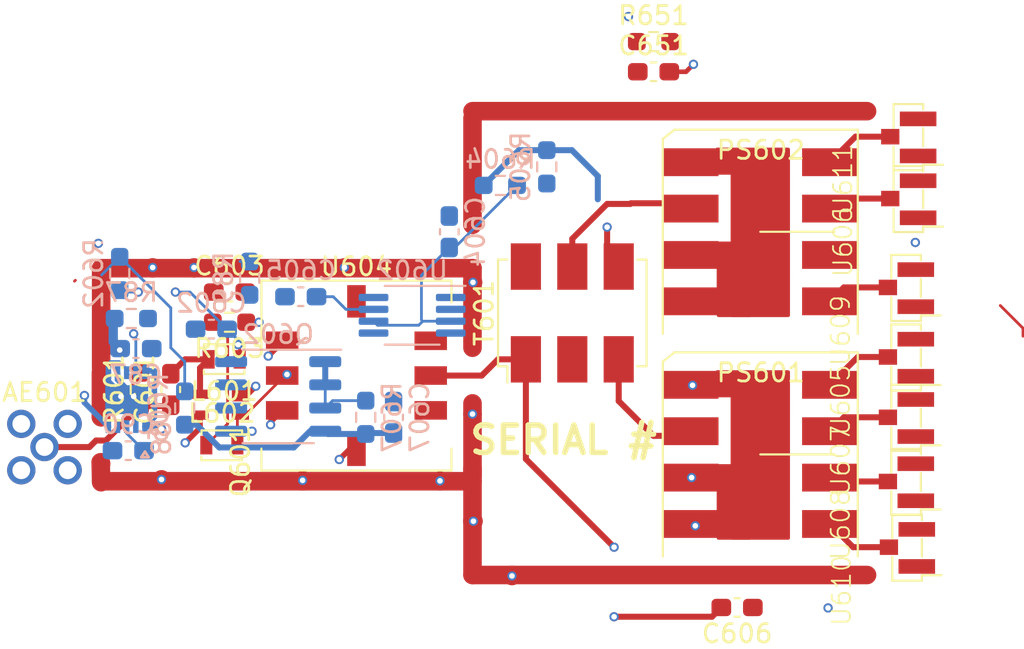
<source format=kicad_pcb>
(kicad_pcb (version 20221018) (generator pcbnew)
  (layers (0 "F.Cu" signal) (31 "B.Cu" signal) (34 "B.Paste" user) (35 "F.Paste" user) (36 "B.SilkS" user "B.Silkscreen") (37 "F.SilkS" user "F.Silkscreen") (38 "B.Mask" user) (39 "F.Mask" user) (44 "Edge.Cuts" user))
  (net 0 "")
  (footprint "Resistor_SMD:R_0603_1608Metric_Pad0.98x0.95mm_HandSolder" (layer "F.Cu") (at 134.272289 105.029 90)
    (fp_text reference "R601" (at 0 -1.43 90) (layer "F.SilkS"))
    (fp_text value "5 Meg")
    (pad "1" smd roundrect (at -0.9125 0 90) (size 0.975 0.95) (layers "F.Cu" "F.Paste" "F.Mask"))
    (pad "2" smd roundrect (at 0.9125 0 90) (size 0.975 0.95) (layers "F.Cu" "F.Paste" "F.Mask"))
  )
  (footprint "Capacitor_SMD:C_0603_1608Metric_Pad1.08x0.95mm_HandSolder" (layer "F.Cu") (at 139.1548 99.695)
    (fp_text reference "C603" (at 0 -1.43) (layer "F.SilkS"))
    (fp_text value "0.1 u")
    (pad "1" smd roundrect (at -0.8625 0) (size 1.075 0.95) (layers "F.Cu" "F.Paste" "F.Mask"))
    (pad "2" smd roundrect (at 0.8625 0) (size 1.075 0.95) (layers "F.Cu" "F.Paste" "F.Mask"))
  )
  (footprint "PacSatDev_misc:L_Murata_LQH2MCNxxxx02_2.0x1.6mm" (layer "F.Cu") (at 138.7348 108.077)
    (fp_text reference "L602" (at 0 -1.75) (layer "F.SilkS"))
    (fp_text value "120 nH")
    (pad "1" smd rect (at -0.85 0) (size 0.6604 1.016) (layers "F.Cu" "F.Paste" "F.Mask"))
    (pad "2" smd rect (at 0.85 0) (size 0.6604 1.016) (layers "F.Cu" "F.Paste" "F.Mask"))
  )
  (footprint "PacSatDev_misc:U_FL" (layer "F.Cu") (at 176.7078 110.0676 90)
    (fp_text reference "U608" (at -2.3622 -4.1148 90 unlocked) (layer "F.SilkS") (effects (font (thickness 0.1))))
    (fp_text value "~")
    (pad "1" smd rect (at 0 -1.525 180) (size 1 0.85) (layers "F.Cu" "F.Paste" "F.Mask"))
    (pad "2" smd rect (at -1.055 0 180) (size 2 0.8) (layers "F.Cu" "F.Paste" "F.Mask"))
    (pad "3" smd rect (at 0.9746 0 180) (size 2 0.8) (layers "F.Cu" "F.Paste" "F.Mask"))
  )
  (footprint "Capacitor_SMD:C_0603_1608Metric_Pad1.08x0.95mm_HandSolder" (layer "F.Cu") (at 135.9408 105.029 90)
    (fp_text reference "C601" (at 0 -1.43 90) (layer "F.SilkS"))
    (fp_text value "2.2 nF")
    (pad "1" smd roundrect (at -0.8625 0 90) (size 1.075 0.95) (layers "F.Cu" "F.Paste" "F.Mask"))
    (pad "2" smd roundrect (at 0.8625 0 90) (size 1.075 0.95) (layers "F.Cu" "F.Paste" "F.Mask"))
  )
  (footprint "Resistor_SMD:R_0603_1608Metric_Pad0.98x0.95mm_HandSolder" (layer "F.Cu") (at 139.1548 101.346 180)
    (fp_text reference "R603" (at 0 -1.43) (layer "F.SilkS"))
    (fp_text value "1K")
    (pad "1" smd roundrect (at -0.9125 0 180) (size 0.975 0.95) (layers "F.Cu" "F.Paste" "F.Mask"))
    (pad "2" smd roundrect (at 0.9125 0 180) (size 0.975 0.95) (layers "F.Cu" "F.Paste" "F.Mask"))
  )
  (footprint "PacSatDev_misc:MMCX" (layer "F.Cu") (at 129.030385 108.182675 180)
    (fp_text reference "AE601" (at 0 3 180) (layer "F.SilkS"))
    (fp_text value "SMA")
    (pad "1" thru_hole circle (at 0 0 180) (size 1.55 1.55) (drill 0.97) (layers "*.Cu" "*.Mask"))
    (pad "2" thru_hole circle (at 1.27 -1.27 180) (size 1.55 1.55) (drill 0.97) (layers "*.Cu" "*.Mask"))
    (pad "3" thru_hole circle (at 1.27 1.27 180) (size 1.55 1.55) (drill 0.97) (layers "*.Cu" "*.Mask"))
    (pad "4" thru_hole circle (at -1.27 1.27 180) (size 1.55 1.55) (drill 0.97) (layers "*.Cu" "*.Mask"))
    (pad "5" thru_hole circle (at -1.27 -1.27 180) (size 1.55 1.55) (drill 0.97) (layers "*.Cu" "*.Mask"))
  )
  (footprint "PacSatDev_misc:U_FL" (layer "F.Cu") (at 176.7078 106.553 90)
    (fp_text reference "U607" (at -2.3622 -4.1148 90 unlocked) (layer "F.SilkS") (effects (font (thickness 0.1))))
    (fp_text value "~")
    (pad "1" smd rect (at 0 -1.525 180) (size 1 0.85) (layers "F.Cu" "F.Paste" "F.Mask"))
    (pad "2" smd rect (at -1.055 0 180) (size 2 0.8) (layers "F.Cu" "F.Paste" "F.Mask"))
    (pad "3" smd rect (at 0.9746 0 180) (size 2 0.8) (layers "F.Cu" "F.Paste" "F.Mask"))
  )
  (footprint "amsat_misc:L_Murata_LQH2MCNxxxx02_2.0x1.6mm" (layer "F.Cu") (at 138.8618 103.378 180)
    (fp_text reference "L601" (at 0 -1.75) (layer "F.SilkS"))
    (fp_text value "620nH")
    (pad "1" smd rect (at -0.85 0 180) (size 0.6604 1.016) (layers "F.Cu" "F.Paste" "F.Mask"))
    (pad "2" smd rect (at 0.85 0 180) (size 0.6604 1.016) (layers "F.Cu" "F.Paste" "F.Mask"))
  )
  (footprint "PacSatDev_misc:U_FL" (layer "F.Cu") (at 176.7078 103.251 90)
    (fp_text reference "U605" (at -2.3622 -4.1148 90 unlocked) (layer "F.SilkS") (effects (font (thickness 0.1))))
    (fp_text value "~")
    (pad "1" smd rect (at 0 -1.525 180) (size 1 0.85) (layers "F.Cu" "F.Paste" "F.Mask"))
    (pad "2" smd rect (at -1.055 0 180) (size 2 0.8) (layers "F.Cu" "F.Paste" "F.Mask"))
    (pad "3" smd rect (at 0.9746 0 180) (size 2 0.8) (layers "F.Cu" "F.Paste" "F.Mask"))
  )
  (footprint "PacSatDev_misc:U_FL" (layer "F.Cu") (at 176.8348 94.5736 90)
    (fp_text reference "U606" (at -2.3622 -4.1148 90 unlocked) (layer "F.SilkS") (effects (font (thickness 0.1))))
    (fp_text value "~")
    (pad "1" smd rect (at 0 -1.525 180) (size 1 0.85) (layers "F.Cu" "F.Paste" "F.Mask"))
    (pad "2" smd rect (at -1.055 0 180) (size 2 0.8) (layers "F.Cu" "F.Paste" "F.Mask"))
    (pad "3" smd rect (at 0.9746 0 180) (size 2 0.8) (layers "F.Cu" "F.Paste" "F.Mask"))
  )
  (footprint "Resistor_SMD:R_0603_1608Metric_Pad0.98x0.95mm_HandSolder" (layer "F.Cu") (at 162.3568 85.979)
    (fp_text reference "R651" (at 0 -1.43) (layer "F.SilkS"))
    (fp_text value "10K")
    (pad "1" smd roundrect (at -0.9125 0) (size 0.975 0.95) (layers "F.Cu" "F.Paste" "F.Mask"))
    (pad "2" smd roundrect (at 0.9125 0) (size 0.975 0.95) (layers "F.Cu" "F.Paste" "F.Mask"))
  )
  (footprint "PacSatDev_misc:TB-471" (layer "F.Cu") (at 139.7517 106.43235 90)
    (fp_text reference "Q601" (at -2.54 0 90 unlocked) (layer "F.SilkS"))
    (fp_text value "SAV-331+")
    (pad "1" smd rect (at 0 0 90) (size 0.508 0.9398) (layers "F.Cu" "F.Paste" "F.Mask"))
    (pad "2" smd rect (at 1.143 0 90) (size 0.7874 0.9398) (layers "F.Cu" "F.Paste" "F.Mask"))
    (pad "3" smd rect (at 1.143 -2.2098 90) (size 0.508 0.9398) (layers "F.Cu" "F.Paste" "F.Mask"))
    (pad "4" smd rect (at 0 -2.2098 90) (size 0.508 0.9398) (layers "F.Cu" "F.Paste" "F.Mask"))
  )
  (footprint "PacSatDev_misc:U_FL" (layer "F.Cu") (at 176.8348 91.186 90)
    (fp_text reference "U611" (at -2.3622 -4.1148 90 unlocked) (layer "F.SilkS") (effects (font (thickness 0.1))))
    (fp_text value "~")
    (pad "1" smd rect (at 0 -1.525 180) (size 1 0.85) (layers "F.Cu" "F.Paste" "F.Mask"))
    (pad "2" smd rect (at -1.055 0 180) (size 2 0.8) (layers "F.Cu" "F.Paste" "F.Mask"))
    (pad "3" smd rect (at 0.9746 0 180) (size 2 0.8) (layers "F.Cu" "F.Paste" "F.Mask"))
  )
  (footprint "PacSatDev_misc:U_FL" (layer "F.Cu") (at 176.7622 113.665 90)
    (fp_text reference "U610" (at -2.3622 -4.1148 90 unlocked) (layer "F.SilkS") (effects (font (thickness 0.1))))
    (fp_text value "~")
    (pad "1" smd rect (at 0 -1.525 180) (size 1 0.85) (layers "F.Cu" "F.Paste" "F.Mask"))
    (pad "2" smd rect (at -1.055 0 180) (size 2 0.8) (layers "F.Cu" "F.Paste" "F.Mask"))
    (pad "3" smd rect (at 0.9746 0 180) (size 2 0.8) (layers "F.Cu" "F.Paste" "F.Mask"))
  )
  (footprint "PacSatDev_misc:U_FL" (layer "F.Cu") (at 176.7078 99.441 90)
    (fp_text reference "U609" (at -2.3622 -4.1148 90 unlocked) (layer "F.SilkS") (effects (font (thickness 0.1))))
    (fp_text value "~")
    (pad "1" smd rect (at 0 -1.525 180) (size 1 0.85) (layers "F.Cu" "F.Paste" "F.Mask"))
    (pad "2" smd rect (at -1.055 0 180) (size 2 0.8) (layers "F.Cu" "F.Paste" "F.Mask"))
    (pad "3" smd rect (at 0.9746 0 180) (size 2 0.8) (layers "F.Cu" "F.Paste" "F.Mask"))
  )
  (footprint "PacSatDev_MiniCircuits:CJ725" (layer "F.Cu") (at 168.1988 96.393)
    (fp_text reference "PS602" (at 0.025 -4.475) (layer "F.SilkS"))
    (fp_text value "AD4PS+1")
    (fp_rect (start -2.3114 -4.5085) (end 1.524 -3.2258) (stroke (width 0.2)) (fill solid) (layer "F.Cu"))
    (fp_rect (start -2.286 0.635) (end -0.5715 4.572) (stroke (width 0.2)) (fill solid) (layer "F.Cu"))
    (fp_rect (start -1.524 -3.175) (end 1.524 4.572) (stroke (width 0.2)) (fill solid) (layer "F.Cu"))
    (pad "1" smd rect (at -3.81 -3.81) (size 3.048 1.524) (layers "F.Cu" "F.Paste" "F.Mask"))
    (pad "2" smd rect (at -3.81 -1.27) (size 3.048 1.524) (layers "F.Cu" "F.Paste" "F.Mask"))
    (pad "3" smd rect (at -3.81 1.27) (size 3.048 1.524) (layers "F.Cu" "F.Paste" "F.Mask"))
    (pad "4" smd rect (at -3.81 3.81) (size 3.048 1.524) (layers "F.Cu" "F.Paste" "F.Mask"))
    (pad "5" smd rect (at 3.81 3.81) (size 3.048 1.524) (layers "F.Cu" "F.Paste" "F.Mask"))
    (pad "6" smd rect (at 3.81 1.27) (size 3.048 1.524) (layers "F.Cu" "F.Paste" "F.Mask"))
    (pad "7" smd rect (at 3.81 -1.27) (size 3.048 1.524) (layers "F.Cu" "F.Paste" "F.Mask"))
    (pad "8" smd rect (at 3.81 -3.81) (size 3.048 1.524) (layers "F.Cu" "F.Paste" "F.Mask"))
  )
  (footprint "PacSatDev_MiniCircuits:CJ725" (layer "F.Cu") (at 168.1988 108.585)
    (fp_text reference "PS601" (at 0.025 -4.475) (layer "F.SilkS"))
    (fp_text value "AD4PS+1")
    (fp_rect (start -2.3114 -4.5085) (end 1.524 -3.2258) (stroke (width 0.2)) (fill solid) (layer "F.Cu"))
    (fp_rect (start -2.286 0.635) (end -0.5715 4.572) (stroke (width 0.2)) (fill solid) (layer "F.Cu"))
    (fp_rect (start -1.524 -3.175) (end 1.524 4.572) (stroke (width 0.2)) (fill solid) (layer "F.Cu"))
    (pad "1" smd rect (at -3.81 -3.81) (size 3.048 1.524) (layers "F.Cu" "F.Paste" "F.Mask"))
    (pad "2" smd rect (at -3.81 -1.27) (size 3.048 1.524) (layers "F.Cu" "F.Paste" "F.Mask"))
    (pad "3" smd rect (at -3.81 1.27) (size 3.048 1.524) (layers "F.Cu" "F.Paste" "F.Mask"))
    (pad "4" smd rect (at -3.81 3.81) (size 3.048 1.524) (layers "F.Cu" "F.Paste" "F.Mask"))
    (pad "5" smd rect (at 3.81 3.81) (size 3.048 1.524) (layers "F.Cu" "F.Paste" "F.Mask"))
    (pad "6" smd rect (at 3.81 1.27) (size 3.048 1.524) (layers "F.Cu" "F.Paste" "F.Mask"))
    (pad "7" smd rect (at 3.81 -1.27) (size 3.048 1.524) (layers "F.Cu" "F.Paste" "F.Mask"))
    (pad "8" smd rect (at 3.81 -3.81) (size 3.048 1.524) (layers "F.Cu" "F.Paste" "F.Mask"))
  )
  (footprint "Capacitor_SMD:C_0603_1608Metric_Pad1.08x0.95mm_HandSolder" (layer "F.Cu") (at 162.3568 87.63)
    (fp_text reference "C651" (at 0 -1.43) (layer "F.SilkS"))
    (fp_text value "0.1u")
    (pad "1" smd roundrect (at -0.8625 0) (size 1.075 0.95) (layers "F.Cu" "F.Paste" "F.Mask"))
    (pad "2" smd roundrect (at 0.8625 0) (size 1.075 0.95) (layers "F.Cu" "F.Paste" "F.Mask"))
  )
  (footprint "RF_Mini-Circuits:Mini-Circuits_CD542_H2.84mm" (layer "F.Cu") (at 157.9118 100.838 90)
    (fp_text reference "T601" (at 0 -4.826 90) (layer "F.SilkS"))
    (fp_text value "ADT4-1WT")
    (pad "1" smd rect (at -2.54 -2.54 90) (size 2.54 1.65) (layers "F.Cu" "F.Paste" "F.Mask"))
    (pad "2" smd rect (at -2.54 0 90) (size 2.54 1.65) (layers "F.Cu" "F.Paste" "F.Mask"))
    (pad "3" smd rect (at -2.54 2.54 90) (size 2.54 1.65) (layers "F.Cu" "F.Paste" "F.Mask"))
    (pad "4" smd rect (at 2.54 2.54 90) (size 2.54 1.65) (layers "F.Cu" "F.Paste" "F.Mask"))
    (pad "5" smd rect (at 2.54 0 90) (size 2.54 1.65) (layers "F.Cu" "F.Paste" "F.Mask"))
    (pad "6" smd rect (at 2.54 -2.54 90) (size 2.54 1.65) (layers "F.Cu" "F.Paste" "F.Mask"))
  )
  (footprint "RF_Mini-Circuits:Mini-Circuits_GP731" (layer "F.Cu") (at 146.1008 104.267)
    (fp_text reference "U604" (at 0 -5.969) (layer "F.SilkS"))
    (fp_text value "RBP-140+")
    (pad "1" smd rect (at -4.064 -1.905 180) (size 1.778 1.016) (layers "F.Cu" "F.Paste" "F.Mask"))
    (pad "2" smd rect (at -4.064 0 180) (size 1.778 1.016) (layers "F.Cu" "F.Paste" "F.Mask"))
    (pad "3" smd rect (at -4.064 1.905 180) (size 1.778 1.016) (layers "F.Cu" "F.Paste" "F.Mask"))
    (pad "4" smd rect (at 0 4.064 270) (size 1.778 1.016) (layers "F.Cu" "F.Paste" "F.Mask"))
    (pad "5" smd rect (at 4.064 1.905) (size 1.778 1.016) (layers "F.Cu" "F.Paste" "F.Mask"))
    (pad "6" smd rect (at 4.064 0) (size 1.778 1.016) (layers "F.Cu" "F.Paste" "F.Mask"))
    (pad "7" smd rect (at 4.064 -1.905) (size 1.778 1.016) (layers "F.Cu" "F.Paste" "F.Mask"))
    (pad "8" smd rect (at 0 -4.064 270) (size 1.778 1.016) (layers "F.Cu" "F.Paste" "F.Mask"))
  )
  (footprint "Capacitor_SMD:C_0603_1608Metric_Pad1.08x0.95mm_HandSolder" (layer "F.Cu") (at 166.9288 116.967 180)
    (fp_text reference "C606" (at 0 -1.43) (layer "F.SilkS"))
    (fp_text value "1u")
    (pad "1" smd roundrect (at -0.8625 0 180) (size 1.075 0.95) (layers "F.Cu" "F.Paste" "F.Mask"))
    (pad "2" smd roundrect (at 0.8625 0 180) (size 1.075 0.95) (layers "F.Cu" "F.Paste" "F.Mask"))
  )
  (footprint "Resistor_SMD:R_0603_1608Metric_Pad0.98x0.95mm_HandSolder" (layer "B.Cu") (at 133.7818 101.1428 180)
    (fp_text reference "R87" (at 0 1.43) (layer "B.SilkS") (effects (justify mirror)))
    (fp_text value "0R")
    (pad "1" smd roundrect (at -0.9125 0 180) (size 0.975 0.95) (layers "B.Cu" "B.Paste" "B.Mask"))
    (pad "2" smd roundrect (at 0.9125 0 180) (size 0.975 0.95) (layers "B.Cu" "B.Paste" "B.Mask"))
  )
  (footprint "Package_SO:MSOP-8_3x3mm_P0.65mm" (layer "B.Cu") (at 149.1488 100.965 180)
    (fp_text reference "U602" (at 0 2.45) (layer "B.SilkS") (effects (justify mirror)))
    (fp_text value "LT6657AHMS8-2.5")
    (pad "1" smd roundrect (at -2.1125 0.975 180) (size 1.625 0.4) (layers "B.Cu" "B.Paste" "B.Mask"))
    (pad "2" smd roundrect (at -2.1125 0.325 180) (size 1.625 0.4) (layers "B.Cu" "B.Paste" "B.Mask"))
    (pad "3" smd roundrect (at -2.1125 -0.325 180) (size 1.625 0.4) (layers "B.Cu" "B.Paste" "B.Mask"))
    (pad "4" smd roundrect (at -2.1125 -0.975 180) (size 1.625 0.4) (layers "B.Cu" "B.Paste" "B.Mask"))
    (pad "5" smd roundrect (at 2.1125 -0.975 180) (size 1.625 0.4) (layers "B.Cu" "B.Paste" "B.Mask"))
    (pad "6" smd roundrect (at 2.1125 -0.325 180) (size 1.625 0.4) (layers "B.Cu" "B.Paste" "B.Mask"))
    (pad "7" smd roundrect (at 2.1125 0.325 180) (size 1.625 0.4) (layers "B.Cu" "B.Paste" "B.Mask"))
    (pad "8" smd roundrect (at 2.1125 0.975 180) (size 1.625 0.4) (layers "B.Cu" "B.Paste" "B.Mask"))
  )
  (footprint "Package_SO:SO-8_3.9x4.9mm_P1.27mm" (layer "B.Cu") (at 141.8178 105.41 180)
    (fp_text reference "Q602" (at 0 3.4) (layer "B.SilkS") (effects (justify mirror)))
    (fp_text value "~")
    (pad "1" smd roundrect (at -2.575 1.905 180) (size 1.75 0.6) (layers "B.Cu" "B.Paste" "B.Mask"))
    (pad "2" smd roundrect (at -2.575 0.635 180) (size 1.75 0.6) (layers "B.Cu" "B.Paste" "B.Mask"))
    (pad "3" smd roundrect (at -2.575 -0.635 180) (size 1.75 0.6) (layers "B.Cu" "B.Paste" "B.Mask"))
    (pad "4" smd roundrect (at -2.575 -1.905 180) (size 1.75 0.6) (layers "B.Cu" "B.Paste" "B.Mask"))
    (pad "5" smd roundrect (at 2.575 -1.905 180) (size 1.75 0.6) (layers "B.Cu" "B.Paste" "B.Mask"))
    (pad "6" smd roundrect (at 2.575 -0.635 180) (size 1.75 0.6) (layers "B.Cu" "B.Paste" "B.Mask"))
    (pad "7" smd roundrect (at 2.575 0.635 180) (size 1.75 0.6) (layers "B.Cu" "B.Paste" "B.Mask"))
    (pad "8" smd roundrect (at 2.575 1.905 180) (size 1.75 0.6) (layers "B.Cu" "B.Paste" "B.Mask"))
  )
  (footprint "PacSatDev_maxim:TDFN_T1033_1" (layer "B.Cu") (at 133.5278 105.586 90)
    (fp_text reference "U88" (at -1.5875 1.905 90) (layer "B.SilkS") (effects (justify mirror)))
    (fp_text value "MAX1556A" hide)
    (pad "0" smd rect (at 0 0 90) (size 1.58 2.35) (layers "B.Cu" "B.Paste" "B.Mask"))
    (pad "1" smd rect (at -1.475 1 90) (size 0.7 0.3) (layers "B.Cu" "B.Paste" "B.Mask"))
    (pad "2" smd rect (at -1.475 0.5 90) (size 0.7 0.3) (layers "B.Cu" "B.Paste" "B.Mask"))
    (pad "3" smd rect (at -1.475 0 90) (size 0.7 0.3) (layers "B.Cu" "B.Paste" "B.Mask"))
    (pad "4" smd rect (at -1.475 -0.5 90) (size 0.7 0.3) (layers "B.Cu" "B.Paste" "B.Mask"))
    (pad "5" smd rect (at -1.475 -1 90) (size 0.7 0.3) (layers "B.Cu" "B.Paste" "B.Mask"))
    (pad "6" smd rect (at 1.475 -1 90) (size 0.7 0.3) (layers "B.Cu" "B.Paste" "B.Mask"))
    (pad "7" smd rect (at 1.475 -0.5 90) (size 0.7 0.3) (layers "B.Cu" "B.Paste" "B.Mask"))
    (pad "8" smd rect (at 1.475 0 90) (size 0.7 0.3) (layers "B.Cu" "B.Paste" "B.Mask"))
    (pad "9" smd rect (at 1.475 0.5 90) (size 0.7 0.3) (layers "B.Cu" "B.Paste" "B.Mask"))
    (pad "10" smd rect (at 1.475 1 90) (size 0.7 0.3) (layers "B.Cu" "B.Paste" "B.Mask"))
  )
  (footprint "Capacitor_SMD:C_0603_1608Metric_Pad1.08x0.95mm_HandSolder" (layer "B.Cu") (at 134.0358 102.792)
    (fp_text reference "C87" (at 0 1.43) (layer "B.SilkS") (effects (justify mirror)))
    (fp_text value "470n")
    (pad "1" smd roundrect (at -0.8625 0) (size 1.075 0.95) (layers "B.Cu" "B.Paste" "B.Mask"))
    (pad "2" smd roundrect (at 0.8625 0) (size 1.075 0.95) (layers "B.Cu" "B.Paste" "B.Mask"))
  )
  (footprint "Resistor_SMD:R_0603_1608Metric_Pad0.98x0.95mm_HandSolder" (layer "B.Cu") (at 136.7028 106.045 -90)
    (fp_text reference "R606" (at 0 1.43 90) (layer "B.SilkS") (effects (justify mirror)))
    (fp_text value "5K")
    (pad "1" smd roundrect (at -0.9125 0 270) (size 0.975 0.95) (layers "B.Cu" "B.Paste" "B.Mask"))
    (pad "2" smd roundrect (at 0.9125 0 270) (size 0.975 0.95) (layers "B.Cu" "B.Paste" "B.Mask"))
  )
  (footprint "Capacitor_SMD:C_0603_1608Metric_Pad1.08x0.95mm_HandSolder" (layer "B.Cu") (at 151.1808 96.393 90)
    (fp_text reference "C604" (at 0 1.43 90) (layer "B.SilkS") (effects (justify mirror)))
    (fp_text value "1u")
    (pad "1" smd roundrect (at -0.8625 0 90) (size 1.075 0.95) (layers "B.Cu" "B.Paste" "B.Mask"))
    (pad "2" smd roundrect (at 0.8625 0 90) (size 1.075 0.95) (layers "B.Cu" "B.Paste" "B.Mask"))
  )
  (footprint "Resistor_SMD:R_0603_1608Metric_Pad0.98x0.95mm_HandSolder" (layer "B.Cu") (at 146.6088 106.553 90)
    (fp_text reference "R607" (at 0 1.43 90) (layer "B.SilkS") (effects (justify mirror)))
    (fp_text value "1MEG")
    (pad "1" smd roundrect (at -0.9125 0 90) (size 0.975 0.95) (layers "B.Cu" "B.Paste" "B.Mask"))
    (pad "2" smd roundrect (at 0.9125 0 90) (size 0.975 0.95) (layers "B.Cu" "B.Paste" "B.Mask"))
  )
  (footprint "Resistor_SMD:R_0603_1608Metric_Pad0.98x0.95mm_HandSolder" (layer "B.Cu") (at 140.2588 98.933 -90)
    (fp_text reference "R89" (at 0 1.43 90) (layer "B.SilkS") (effects (justify mirror)))
    (fp_text value "10")
    (pad "1" smd roundrect (at -0.9125 0 270) (size 0.975 0.95) (layers "B.Cu" "B.Paste" "B.Mask"))
    (pad "2" smd roundrect (at 0.9125 0 270) (size 0.975 0.95) (layers "B.Cu" "B.Paste" "B.Mask"))
  )
  (footprint "Capacitor_SMD:C_0603_1608Metric_Pad1.08x0.95mm_HandSolder" (layer "B.Cu") (at 138.1613 101.727 180)
    (fp_text reference "C602" (at 0 1.43) (layer "B.SilkS") (effects (justify mirror)))
    (fp_text value "0.1 u")
    (pad "1" smd roundrect (at -0.8625 0 180) (size 1.075 0.95) (layers "B.Cu" "B.Paste" "B.Mask"))
    (pad "2" smd roundrect (at 0.8625 0 180) (size 1.075 0.95) (layers "B.Cu" "B.Paste" "B.Mask"))
  )
  (footprint "Resistor_SMD:R_0603_1608Metric_Pad0.98x0.95mm_HandSolder" (layer "B.Cu") (at 153.9748 93.853 180)
    (fp_text reference "R604" (at 0 1.43) (layer "B.SilkS") (effects (justify mirror)))
    (fp_text value "3K")
    (pad "1" smd roundrect (at -0.9125 0 180) (size 0.975 0.95) (layers "B.Cu" "B.Paste" "B.Mask"))
    (pad "2" smd roundrect (at 0.9125 0 180) (size 0.975 0.95) (layers "B.Cu" "B.Paste" "B.Mask"))
  )
  (footprint "Capacitor_SMD:C_0603_1608Metric_Pad1.08x0.95mm_HandSolder" (layer "B.Cu") (at 148.1328 106.553 90)
    (fp_text reference "C607" (at 0 1.43 90) (layer "B.SilkS") (effects (justify mirror)))
    (fp_text value "0.1 u")
    (pad "1" smd roundrect (at -0.8625 0 90) (size 1.075 0.95) (layers "B.Cu" "B.Paste" "B.Mask"))
    (pad "2" smd roundrect (at 0.8625 0 90) (size 1.075 0.95) (layers "B.Cu" "B.Paste" "B.Mask"))
  )
  (footprint "Capacitor_SMD:C_0603_1608Metric_Pad1.08x0.95mm_HandSolder" (layer "B.Cu") (at 133.6153 108.38 180)
    (fp_text reference "C90" (at 0 1.43) (layer "B.SilkS") (effects (justify mirror)))
    (fp_text value "1000p")
    (pad "1" smd roundrect (at -0.8625 0 180) (size 1.075 0.95) (layers "B.Cu" "B.Paste" "B.Mask"))
    (pad "2" smd roundrect (at 0.8625 0 180) (size 1.075 0.95) (layers "B.Cu" "B.Paste" "B.Mask"))
  )
  (footprint "Resistor_SMD:R_0603_1608Metric_Pad0.98x0.95mm_HandSolder" (layer "B.Cu") (at 156.5148 92.837 -90)
    (fp_text reference "R605" (at 0 1.43 90) (layer "B.SilkS") (effects (justify mirror)))
    (fp_text value "2K")
    (pad "1" smd roundrect (at -0.9125 0 270) (size 0.975 0.95) (layers "B.Cu" "B.Paste" "B.Mask"))
    (pad "2" smd roundrect (at 0.9125 0 270) (size 0.975 0.95) (layers "B.Cu" "B.Paste" "B.Mask"))
  )
  (footprint "Resistor_SMD:R_0603_1608Metric_Pad0.98x0.95mm_HandSolder" (layer "B.Cu") (at 133.1468 98.679 -90)
    (fp_text reference "R602" (at 0 1.43 90) (layer "B.SilkS") (effects (justify mirror)))
    (fp_text value "10K")
    (pad "1" smd roundrect (at -0.9125 0 270) (size 0.975 0.95) (layers "B.Cu" "B.Paste" "B.Mask"))
    (pad "2" smd roundrect (at 0.9125 0 270) (size 0.975 0.95) (layers "B.Cu" "B.Paste" "B.Mask"))
  )
  (footprint "Capacitor_SMD:C_0603_1608Metric_Pad1.08x0.95mm_HandSolder" (layer "B.Cu") (at 143.0528 99.949 180)
    (fp_text reference "C605" (at 0 1.43) (layer "B.SilkS") (effects (justify mirror)))
    (fp_text value "1u")
    (pad "1" smd roundrect (at -0.8625 0 180) (size 1.075 0.95) (layers "B.Cu" "B.Paste" "B.Mask"))
    (pad "2" smd roundrect (at 0.8625 0 180) (size 1.075 0.95) (layers "B.Cu" "B.Paste" "B.Mask"))
  )
  (gr_text "SERIAL #" (at 157.4292 107.7976) (layer "F.SilkS") (effects (font (size 1.5 1.5) (thickness 0.3))))
  (segment (start 172.5582 94.5736) (end 172.0088 95.123) (width 0.3302) (layer "F.Cu") (net 0))
  (segment (start 165.5583 117.475) (end 166.0663 116.967) (width 0.3302) (layer "F.Cu") (net 0))
  (segment (start 132.1181 104.1019) (end 132.1181 106.5403) (width 1.016) (layer "F.Cu") (net 0))
  (segment (start 150.652066 110.053534) (end 143.200534 110.053534) (width 1.016) (layer "F.Cu") (net 0))
  (segment (start 145.479478 98.387878) (end 145.4404 98.3488) (width 1.016) (layer "F.Cu") (net 0))
  (segment (start 137.5419 105.28935) (end 137.5419 103.8479) (width 0.3302) (layer "F.Cu") (net 0))
  (segment (start 135.4328 109.9566) (end 135.335866 110.053534) (width 1.016) (layer "F.Cu") (net 0))
  (segment (start 164.1348 87.63) (end 163.350979 87.63) (width 0.254) (layer "F.Cu") (net 0))
  (segment (start 132.1054 109.0168) (end 132.1308 110.109) (width 1.016) (layer "F.Cu") (net 0))
  (segment (start 160.1978 117.475) (end 165.5583 117.475) (width 0.3302) (layer "F.Cu") (net 0))
  (segment (start 161.124996 94.830804) (end 164.911368 94.830804) (width 0.3302) (layer "F.Cu") (net 0))
  (segment (start 137.5419 103.8479) (end 138.0118 103.378) (width 0.3302) (layer "F.Cu") (net 0))
  (segment (start 157.9118 96.774) (end 159.8168 94.869) (width 0.3302) (layer "F.Cu") (net 0))
  (segment (start 143.108266 110.053534) (end 135.529734 110.053534) (width 1.016) (layer "F.Cu") (net 0))
  (segment (start 160.4518 103.378) (end 160.4518 105.664) (width 0.3302) (layer "F.Cu") (net 0))
  (segment (start 139.7118 102.577) (end 139.6243 102.4895) (width 0.1524) (layer "F.Cu") (net 0))
  (segment (start 142.0368 102.4382) (end 141.2748 103.2002) (width 0.3048) (layer "F.Cu") (net 0))
  (segment (start 137.5419 107.1363) (end 136.7282 107.95) (width 0.3048) (layer "F.Cu") (net 0))
  (segment (start 152.4508 98.387878) (end 145.479478 98.387878) (width 1.016) (layer "F.Cu") (net 0))
  (segment (start 132.1181 106.5403) (end 132.1308 106.553) (width 1.016) (layer "F.Cu") (net 0))
  (segment (start 132.1308 109.093) (end 132.1054 109.0168) (width 1.016) (layer "F.Cu") (net 0))
  (segment (start 142.0368 102.362) (end 142.0368 102.4382) (width 0.3048) (layer "F.Cu") (net 0))
  (segment (start 152.4508 110.053534) (end 150.693534 110.053534) (width 1.016) (layer "F.Cu") (net 0))
  (segment (start 152.4508 109.347) (end 152.4508 112.1918) (width 1.016) (layer "F.Cu") (net 0))
  (segment (start 172.2214 110.0676) (end 172.0088 109.855) (width 0.3302) (layer "F.Cu") (net 0))
  (segment (start 137.5419 106.43235) (end 137.5419 107.1363) (width 0.3048) (layer "F.Cu") (net 0))
  (segment (start 149.7278 104.084) (end 149.6568 104.013) (width 0.1524) (layer "F.Cu") (net 0))
  (segment (start 173.2788 113.665) (end 172.0088 112.395) (width 0.3302) (layer "F.Cu") (net 0))
  (segment (start 134.272289 105.9415) (end 135.8908 105.9415) (width 0.3302) (layer "F.Cu") (net 0))
  (segment (start 146.1008 108.331) (end 145.6944 108.331) (width 0.3048) (layer "F.Cu") (net 0))
  (segment (start 135.9408 104.1665) (end 136.7293 103.378) (width 0.3302) (layer "F.Cu") (net 0))
  (segment (start 175.1828 110.0676) (end 172.2214 110.0676) (width 0.3302) (layer "F.Cu") (net 0))
  (segment (start 175.3098 91.186) (end 173.4058 91.186) (width 0.3302) (layer "F.Cu") (net 0))
  (segment (start 155.3718 108.839) (end 160.1978 113.665) (width 0.3302) (layer "F.Cu") (net 0))
  (segment (start 140.02385 106.43235) (end 142.0368 104.4194) (width 0.1524) (layer "F.Cu") (net 0))
  (segment (start 175.1828 99.441) (end 172.7708 99.441) (width 0.3302) (layer "F.Cu") (net 0))
  (segment (start 175.1828 106.553) (end 172.7708 106.553) (width 0.3302) (layer "F.Cu") (net 0))
  (segment (start 154.6606 115.189) (end 154.6098 115.2398) (width 1.016) (layer "F.Cu") (net 0))
  (segment (start 173.098848 91.883354) (end 173.262598 92.047104) (width 0.254) (layer "F.Cu") (net 0))
  (segment (start 143.1544 110.0074) (end 143.108266 110.053534) (width 1.016) (layer "F.Cu") (net 0))
  (segment (start 159.8168 94.869) (end 161.0868 94.869) (width 0.3302) (layer "F.Cu") (net 0))
  (segment (start 139.0532 106.9086) (end 139.0532 102.1569) (width 0.1524) (layer "F.Cu") (net 0))
  (segment (start 157.9118 98.298) (end 157.9118 96.774) (width 0.3302) (layer "F.Cu") (net 0))
  (segment (start 172.7708 99.441) (end 172.0088 100.203) (width 0.3302) (layer "F.Cu") (net 0))
  (segment (start 139.7118 103.378) (end 139.7118 102.577) (width 0.1524) (layer "F.Cu") (net 0))
  (segment (start 132.1308 98.407355) (end 132.1308 103.886) (width 1.016) (layer "F.Cu") (net 0))
  (segment (start 155.3718 103.378) (end 155.3718 108.839) (width 0.3302) (layer "F.Cu") (net 0))
  (segment (start 139.7517 106.43235) (end 140.02385 106.43235) (width 0.1524) (layer "F.Cu") (net 0))
  (segment (start 145.6944 108.331) (end 145.161 108.8644) (width 0.3048) (layer "F.Cu") (net 0))
  (segment (start 175.2372 113.665) (end 173.2788 113.665) (width 0.3302) (layer "F.Cu") (net 0))
  (segment (start 140.15085 105.28935) (end 140.589 104.8512) (width 0.3048) (layer "F.Cu") (net 0))
  (segment (start 162.3568 107.569) (end 164.8968 107.569) (width 0.3302) (layer "F.Cu") (net 0))
  (segment (start 174.0408 89.789) (end 152.4508 89.789) (width 1.016) (layer "F.Cu") (net 0))
  (segment (start 132.390789 107.823) (end 134.272289 105.9415) (width 0.3302) (layer "F.Cu") (net 0))
  (segment (start 139.0532 102.1569) (end 138.2423 101.346) (width 0.1524) (layer "F.Cu") (net 0))
  (segment (start 152.9588 104.267) (end 153.8478 103.378) (width 0.3302) (layer "F.Cu") (net 0))
  (segment (start 145.401322 98.387878) (end 137.249878 98.387878) (width 1.016) (layer "F.Cu") (net 0))
  (segment (start 152.5016 112.2426) (end 152.4508 112.2934) (width 1.016) (layer "F.Cu") (net 0))
  (segment (start 152.4508 99.1362) (end 152.4762 99.1616) (width 1.016) (layer "F.Cu") (net 0))
  (segment (start 150.6728 110.0328) (end 150.652066 110.053534) (width 1.016) (layer "F.Cu") (net 0))
  (segment (start 137.2108 98.3488) (end 137.171722 98.387878) (width 1.016) (layer "F.Cu") (net 0))
  (segment (start 175.1828 103.251) (end 173.5328 103.251) (width 0.3302) (layer "F.Cu") (net 0))
  (segment (start 137.249878 98.387878) (end 137.2108 98.3488) (width 1.016) (layer "F.Cu") (net 0))
  (segment (start 152.4508 90.17) (end 152.4508 96.012) (width 1.016) (layer "F.Cu") (net 0))
  (segment (start 154.6098 115.2398) (end 154.559 115.189) (width 1.016) (layer "F.Cu") (net 0))
  (segment (start 182.5738 101.6758) (end 181.3303 100.4323) (width 0.1524) (layer "F.Cu") (net 0))
  (segment (start 135.8908 105.9415) (end 135.9408 105.8915) (width 0.3302) (layer "F.Cu") (net 0))
  (segment (start 139.6243 102.4895) (end 139.6243 102.577) (width 0.1524) (layer "F.Cu") (net 0))
  (segment (start 159.8168 97.663) (end 160.4518 98.298) (width 0.3302) (layer "F.Cu") (net 0))
  (segment (start 143.200534 110.053534) (end 143.1544 110.0074) (width 1.016) (layer "F.Cu") (net 0))
  (segment (start 136.7293 103.378) (end 138.0118 103.378) (width 0.3302) (layer "F.Cu") (net 0))
  (segment (start 139.5848 108.077) (end 139.5848 106.59925) (width 0.1524) (layer "F.Cu") (net 0))
  (segment (start 135.529734 110.053534) (end 135.4328 109.9566) (width 1.016) (layer "F.Cu") (net 0))
  (segment (start 175.3098 94.5736) (end 172.5582 94.5736) (width 0.3302) (layer "F.Cu") (net 0))
  (segment (start 152.4508 106.3752) (end 152.4508 109.794469) (width 1.016) (layer "F.Cu") (net 0))
  (segment (start 156.0068 102.743) (end 155.3718 103.378) (width 0.3302) (layer "F.Cu") (net 0))
  (segment (start 137.8848 108.077) (end 139.0532 106.9086) (width 0.1524) (layer "F.Cu") (net 0))
  (segment (start 134.272289 104.349411) (end 133.2117 105.41) (width 0.1524) (layer "F.Cu") (net 0))
  (segment (start 152.4508 112.2934) (end 152.4508 115.189) (width 1.016) (layer "F.Cu") (net 0))
  (segment (start 145.4404 98.3488) (end 145.401322 98.387878) (width 1.016) (layer "F.Cu") (net 0))
  (segment (start 129.030385 108.182675) (end 131.491415 108.182675) (width 0.3302) (layer "F.Cu") (net 0))
  (segment (start 164.5412 87.2236) (end 164.1348 87.63) (width 0.254) (layer "F.Cu") (net 0))
  (segment (start 173.5328 103.251) (end 172.0088 104.775) (width 0.3302) (layer "F.Cu") (net 0))
  (segment (start 134.272289 104.1165) (end 134.272289 104.349411) (width 0.1524) (layer "F.Cu") (net 0))
  (segment (start 173.4058 91.186) (end 172.0088 92.583) (width 0.3302) (layer "F.Cu") (net 0))
  (segment (start 174.0408 115.189) (end 154.6606 115.189) (width 1.016) (layer "F.Cu") (net 0))
  (segment (start 161.0868 94.869) (end 161.124996 94.830804) (width 0.3302) (layer "F.Cu") (net 0))
  (segment (start 152.4508 112.1918) (end 152.5016 112.2426) (width 1.016) (layer "F.Cu") (net 0))
  (segment (start 134.989278 98.387878) (end 134.9502 98.3488) (width 1.016) (layer "F.Cu") (net 0))
  (segment (start 142.0368 106.172) (end 141.4018 106.807) (width 0.3048) (layer "F.Cu") (net 0))
  (segment (start 172.7708 106.553) (end 172.0088 107.315) (width 0.3302) (layer "F.Cu") (net 0))
  (segment (start 159.8168 96.139) (end 159.8168 97.663) (width 0.3302) (layer "F.Cu") (net 0))
  (segment (start 152.4508 98.38971) (end 152.4508 99.1362) (width 1.016) (layer "F.Cu") (net 0))
  (segment (start 142.0368 104.4194) (end 142.0368 104.267) (width 0.1524) (layer "F.Cu") (net 0))
  (segment (start 160.4518 105.664) (end 162.3568 107.569) (width 0.3302) (layer "F.Cu") (net 0))
  (segment (start 131.85109 107.823) (end 132.390789 107.823) (width 0.3302) (layer "F.Cu") (net 0))
  (segment (start 135.335866 110.053534) (end 132.1308 110.053534) (width 1.016) (layer "F.Cu") (net 0))
  (segment (start 131.491415 108.182675) (end 131.85109 107.823) (width 0.3302) (layer "F.Cu") (net 0))
  (segment (start 153.8478 103.378) (end 155.3718 103.378) (width 0.3302) (layer "F.Cu") (net 0))
  (segment (start 154.559 115.189) (end 152.4508 115.189) (width 1.016) (layer "F.Cu") (net 0))
  (segment (start 152.4508 99.187) (end 152.4508 102.743) (width 1.016) (layer "F.Cu") (net 0))
  (segment (start 150.693534 110.053534) (end 150.6728 110.0328) (width 1.016) (layer "F.Cu") (net 0))
  (segment (start 137.171722 98.387878) (end 134.989278 98.387878) (width 1.016) (layer "F.Cu") (net 0))
  (segment (start 150.1648 104.267) (end 152.9588 104.267) (width 0.3302) (layer "F.Cu") (net 0))
  (segment (start 139.5848 106.59925) (end 139.7517 106.43235) (width 0.1524) (layer "F.Cu") (net 0))
  (segment (start 139.7517 105.28935) (end 140.15085 105.28935) (width 0.3048) (layer "F.Cu") (net 0))
  (segment (start 134.9502 98.3488) (end 134.911122 98.387878) (width 1.016) (layer "F.Cu") (net 0))
  (segment (start 152.4508 105.791) (end 152.4508 106.3752) (width 1.016) (layer "F.Cu") (net 0))
  (segment (start 140.7668 101.346) (end 140.0673 101.346) (width 0.1524) (layer "F.Cu") (net 0))
  (segment (start 152.4762 99.1616) (end 152.4508 99.187) (width 1.016) (layer "F.Cu") (net 0))
  (segment (start 130.722054 99.048791) (end 130.672054 99.098791) (width 0.1524) (layer "F.Cu") (net 0))
  (segment (start 141.4018 106.807) (end 141.4018 106.9594) (width 0.3048) (layer "F.Cu") (net 0))
  (segment (start 182.5738 102.1098) (end 182.5738 101.6758) (width 0.1524) (layer "F.Cu") (net 0))
  (segment (start 134.911122 98.387878) (end 132.1308 98.387878) (width 1.016) (layer "F.Cu") (net 0))
  (via (at 145.161 108.8644) (size 0.508) (drill 0.3048) (layers "F.Cu" "B.Cu") (net 0))
  (via (at 160.1978 113.665) (size 0.508) (drill 0.3048) (layers "F.Cu" "B.Cu") (net 0))
  (via (at 164.5412 87.2236) (size 0.508) (drill 0.3048) (layers "F.Cu" "B.Cu") (net 0))
  (via (at 154.6098 115.2398) (size 0.508) (drill 0.3048) (layers "F.Cu" "B.Cu") (net 0))
  (via (at 164.4396 109.855) (size 0.508) (drill 0.3048) (layers "F.Cu" "B.Cu") (net 0))
  (via (at 160.9852 84.6069) (size 0.508) (drill 0.3048) (layers "F.Cu" "B.Cu") (net 0))
  (via (at 143.1544 110.0074) (size 0.508) (drill 0.3048) (layers "F.Cu" "B.Cu") (net 0))
  (via (at 152.4762 99.1616) (size 0.508) (drill 0.3048) (layers "F.Cu" "B.Cu") (net 0))
  (via (at 140.3858 107.315) (size 0.508) (drill 0.3048) (layers "F.Cu" "B.Cu") (net 0))
  (via (at 133.9088 105.41) (size 0.508) (drill 0.3048) (layers "F.Cu" "B.Cu") (net 0))
  (via (at 176.6824 96.9772) (size 0.508) (drill 0.3048) (layers "F.Cu" "B.Cu") (net 0))
  (via (at 152.5016 112.2426) (size 0.508) (drill 0.3048) (layers "F.Cu" "B.Cu") (net 0))
  (via (at 135.4328 107.188) (size 0.508) (drill 0.3048) (layers "F.Cu" "B.Cu") (net 0))
  (via (at 150.6728 110.0328) (size 0.508) (drill 0.3048) (layers "F.Cu" "B.Cu") (net 0))
  (via (at 141.2748 103.2002) (size 0.508) (drill 0.3048) (layers "F.Cu" "B.Cu") (net 0))
  (via (at 142.2988 104.205) (size 0.508) (drill 0.3048) (layers "F.Cu" "B.Cu") (net 0))
  (via (at 140.7668 101.346) (size 0.508) (drill 0.3048) (layers "F.Cu" "B.Cu") (net 0))
  (via (at 134.1628 99.695) (size 0.508) (drill 0.3048) (layers "F.Cu" "B.Cu") (net 0))
  (via (at 133.2117 105.41) (size 0.508) (drill 0.3048) (layers "F.Cu" "B.Cu") (net 0))
  (via (at 136.1948 99.695) (size 0.508) (drill 0.3048) (layers "F.Cu" "B.Cu") (net 0))
  (via (at 141.4018 106.9594) (size 0.508) (drill 0.3048) (layers "F.Cu" "B.Cu") (net 0))
  (via (at 133.9088 101.981) (size 0.508) (drill 0.3048) (layers "F.Cu" "B.Cu") (net 0))
  (via (at 152.4508 106.3752) (size 0.508) (drill 0.3048) (layers "F.Cu" "B.Cu") (net 0))
  (via (at 137.2108 98.3488) (size 0.508) (drill 0.3048) (layers "F.Cu" "B.Cu") (net 0))
  (via (at 136.7282 107.95) (size 0.508) (drill 0.3048) (layers "F.Cu" "B.Cu") (net 0))
  (via (at 135.4328 109.9566) (size 0.508) (drill 0.3048) (layers "F.Cu" "B.Cu") (net 0))
  (via (at 133.1468 102.87) (size 0.508) (drill 0.3048) (layers "F.Cu" "B.Cu") (net 0))
  (via (at 140.589 104.8512) (size 0.508) (drill 0.3048) (layers "F.Cu" "B.Cu") (net 0))
  (via (at 134.9502 98.3488) (size 0.508) (drill 0.3048) (layers "F.Cu" "B.Cu") (net 0))
  (via (at 160.1978 117.475) (size 0.508) (drill 0.3048) (layers "F.Cu" "B.Cu") (net 0))
  (via (at 159.8168 96.139) (size 0.508) (drill 0.3048) (layers "F.Cu" "B.Cu") (net 0))
  (via (at 139.6243 102.577) (size 0.508) (drill 0.3048) (layers "F.Cu" "B.Cu") (net 0))
  (via (at 131.2169 105.3592) (size 0.508) (drill 0.3048) (layers "F.Cu" "B.Cu") (net 0))
  (via (at 131.9784 97.028) (size 0.508) (drill 0.3048) (layers "F.Cu" "B.Cu") (net 0))
  (via (at 145.4404 98.3488) (size 0.508) (drill 0.3048) (layers "F.Cu" "B.Cu") (net 0))
  (via (at 171.9072 116.9924) (size 0.508) (drill 0.3048) (layers "F.Cu" "B.Cu") (net 0))
  (via (at 164.4904 104.8004) (size 0.508) (drill 0.3048) (layers "F.Cu" "B.Cu") (net 0))
  (via (at 164.6428 112.4966) (size 0.508) (drill 0.3048) (layers "F.Cu" "B.Cu") (net 0))
  (segment (start 147.0363 100.64) (end 145.5218 100.64) (width 0.1524) (layer "B.Cu") (net 0))
  (segment (start 134.5278 107.061) (end 135.3058 107.061) (width 0.3048) (layer "B.Cu") (net 0))
  (segment (start 133.5278 103.911) (end 133.1218 103.505) (width 0.1524) (layer "B.Cu") (net 0))
  (segment (start 144.3928 104.775) (end 144.3928 103.505) (width 0.3302) (layer "B.Cu") (net 0))
  (segment (start 133.2503 99.695) (end 133.1468 99.5915) (width 0.1524) (layer "B.Cu") (net 0))
  (segment (start 144.3928 103.505) (end 144.5163 103.3815) (width 0.3302) (layer "B.Cu") (net 0))
  (segment (start 135.041928 104.013) (end 134.7328 104.013) (width 0.3048) (layer "B.Cu") (net 0))
  (segment (start 151.1808 97.2555) (end 151.4848 97.2555) (width 0.1524) (layer "B.Cu") (net 0))
  (segment (start 134.7328 104.013) (end 134.5278 103.808) (width 0.3048) (layer "B.Cu") (net 0))
  (segment (start 144.7973 105.6405) (end 144.3928 106.045) (width 0.1524) (layer "B.Cu") (net 0))
  (segment (start 144.3928 107.315) (end 143.5608 107.315) (width 0.3302) (layer "B.Cu") (net 0))
  (segment (start 133.5278 104.111) (end 133.5278 103.911) (width 0.1524) (layer "B.Cu") (net 0))
  (segment (start 146.6088 107.4655) (end 144.5433 107.4655) (width 0.3302) (layer "B.Cu") (net 0))
  (segment (start 132.5278 104.111) (end 132.5278 104.586) (width 0.3048) (layer "B.Cu") (net 0))
  (segment (start 132.7528 108.077) (end 132.7528 108.3694) (width 0.1524) (layer "B.Cu") (net 0))
  (segment (start 134.4778 108.38) (end 133.5278 107.43) (width 0.1524) (layer "B.Cu") (net 0))
  (segment (start 148.1328 107.4155) (end 146.6588 107.4155) (width 0.3302) (layer "B.Cu") (net 0))
  (segment (start 135.3058 107.061) (end 135.4328 107.188) (width 0.3048) (layer "B.Cu") (net 0))
  (segment (start 134.5278 107.061) (end 135.041928 106.546872) (width 0.3048) (layer "B.Cu") (net 0))
  (segment (start 136.7028 103.505) (end 135.9408 102.743) (width 0.1524) (layer "B.Cu") (net 0))
  (segment (start 132.7923 101.2455) (end 132.7658 101.219) (width 0.1524) (layer "B.Cu") (net 0))
  (segment (start 134.0278 102.1) (end 133.9088 101.981) (width 0.1524) (layer "B.Cu") (net 0))
  (segment (start 144.8308 99.949) (end 143.9153 99.949) (width 0.1524) (layer "B.Cu") (net 0))
  (segment (start 144.3928 106.045) (end 144.3928 104.775) (width 0.1524) (layer "B.Cu") (net 0))
  (segment (start 149.5064 101.5114) (end 147.2577 101.5114) (width 0.1524) (layer "B.Cu") (net 0))
  (segment (start 149.6568 101.219) (end 149.6568 98.7795) (width 0.1524) (layer "B.Cu") (net 0))
  (segment (start 146.6588 107.4155) (end 146.6088 107.4655) (width 0.3302) (layer "B.Cu") (net 0))
  (segment (start 139.0238 101.727) (end 136.9918 99.695) (width 0.1524) (layer "B.Cu") (net 0))
  (segment (start 139.7273 98.0205) (end 140.2588 98.0205) (width 0.1524) (layer "B.Cu") (net 0))
  (segment (start 151.4848 97.2555) (end 154.8873 93.853) (width 0.1524) (layer "B.Cu") (net 0))
  (segment (start 133.1468 97.7665) (end 132.1586 98.7547) (width 0.1524) (layer "B.Cu") (net 0))
  (segment (start 138.595655 108.204) (end 137.349155 106.9575) (width 0.3302) (layer "B.Cu") (net 0))
  (segment (start 139.6243 102.577) (end 139.6243 102.3275) (width 0.1524) (layer "B.Cu") (net 0))
  (segment (start 159.3088 94.615) (end 159.3088 93.345) (width 0.3302) (layer "B.Cu") (net 0))
  (segment (start 136.9918 99.695) (end 136.1948 99.695) (width 0.1524) (layer "B.Cu") (net 0))
  (segment (start 133.1733 102.792) (end 132.7923 102.411) (width 0.508) (layer "B.Cu") (net 0))
  (segment (start 135.9408 102.743) (end 135.9408 100.5605) (width 0.1524) (layer "B.Cu") (net 0))
  (segment (start 134.1628 99.695) (end 133.2503 99.695) (width 0.1524) (layer "B.Cu") (net 0))
  (segment (start 154.9908 91.9245) (end 153.0623 93.853) (width 0.3302) (layer "B.Cu") (net 0))
  (segment (start 143.5608 107.315) (end 142.6718 108.204) (width 0.3302) (layer "B.Cu") (net 0))
  (segment (start 145.5218 100.64) (end 145.3388 100.457) (width 0.1524) (layer "B.Cu") (net 0))
  (segment (start 139.2428 107.315) (end 140.3858 107.315) (width 0.1524) (layer "B.Cu") (net 0))
  (segment (start 156.5148 91.9245) (end 154.9908 91.9245) (width 0.3302) (layer "B.Cu") (net 0))
  (segment (start 131.2169 105.3592) (end 131.2169 105.7501) (width 0.3048) (layer "B.Cu") (net 0))
  (segment (start 136.7028 105.1325) (end 136.7028 103.505) (width 0.1524) (layer "B.Cu") (net 0))
  (segment (start 142.6718 108.204) (end 138.595655 108.204) (width 0.3302) (layer "B.Cu") (net 0))
  (segment (start 147.2577 101.5114) (end 147.0363 101.29) (width 0.1524) (layer "B.Cu") (net 0))
  (segment (start 144.5433 107.4655) (end 144.3928 107.315) (width 0.3302) (layer "B.Cu") (net 0))
  (segment (start 146.6088 105.6405) (end 144.7973 105.6405) (width 0.1524) (layer "B.Cu") (net 0))
  (segment (start 132.5278 104.586) (end 133.5278 105.586) (width 0.3048) (layer "B.Cu") (net 0))
  (segment (start 151.2613 101.29) (end 149.7278 101.29) (width 0.1524) (layer "B.Cu") (net 0))
  (segment (start 135.9408 100.5605) (end 133.1468 97.7665) (width 0.1524) (layer "B.Cu") (net 0))
  (segment (start 133.5278 107.43) (end 133.5278 107.061) (width 0.1524) (layer "B.Cu") (net 0))
  (segment (start 145.3388 100.457) (end 144.8308 99.949) (width 0.1524) (layer "B.Cu") (net 0))
  (segment (start 135.041928 106.546872) (end 135.041928 104.013) (width 0.3048) (layer "B.Cu") (net 0))
  (segment (start 133.0278 104.4895) (end 134.0358 105.4975) (width 0.3048) (layer "B.Cu") (net 0))
  (segment (start 157.8883 91.9245) (end 156.5148 91.9245) (width 0.3302) (layer "B.Cu") (net 0))
  (segment (start 137.349155 106.9575) (end 136.7028 106.9575) (width 0.3302) (layer "B.Cu") (net 0))
  (segment (start 134.0358 105.4975) (end 134.0358 106.68) (width 0.3048) (layer "B.Cu") (net 0))
  (segment (start 149.6568 98.7795) (end 151.1808 97.2555) (width 0.1524) (layer "B.Cu") (net 0))
  (segment (start 134.0278 104.111) (end 134.0278 102.1) (width 0.1524) (layer "B.Cu") (net 0))
  (segment (start 133.0278 104.111) (end 133.0278 104.4895) (width 0.3048) (layer "B.Cu") (net 0))
  (segment (start 131.2169 105.7501) (end 132.5278 107.061) (width 0.3048) (layer "B.Cu") (net 0))
  (segment (start 139.6243 102.3275) (end 139.0238 101.727) (width 0.1524) (layer "B.Cu") (net 0))
  (segment (start 133.200779 102.764521) (end 133.1733 102.792) (width 0.1524) (layer "B.Cu") (net 0))
  (segment (start 149.7278 101.29) (end 149.5064 101.5114) (width 0.1524) (layer "B.Cu") (net 0))
  (segment (start 132.7923 102.411) (end 132.7923 101.2455) (width 0.508) (layer "B.Cu") (net 0))
  (segment (start 134.5278 104.111) (end 134.5278 103.911) (width 0.1524) (layer "B.Cu") (net 0))
  (segment (start 159.3088 93.345) (end 157.8883 91.9245) (width 0.3302) (layer "B.Cu") (net 0))
  (segment (start 133.1218 103.505) (end 132.620211 103.505) (width 0.1524) (layer "B.Cu") (net 0))
)
</source>
